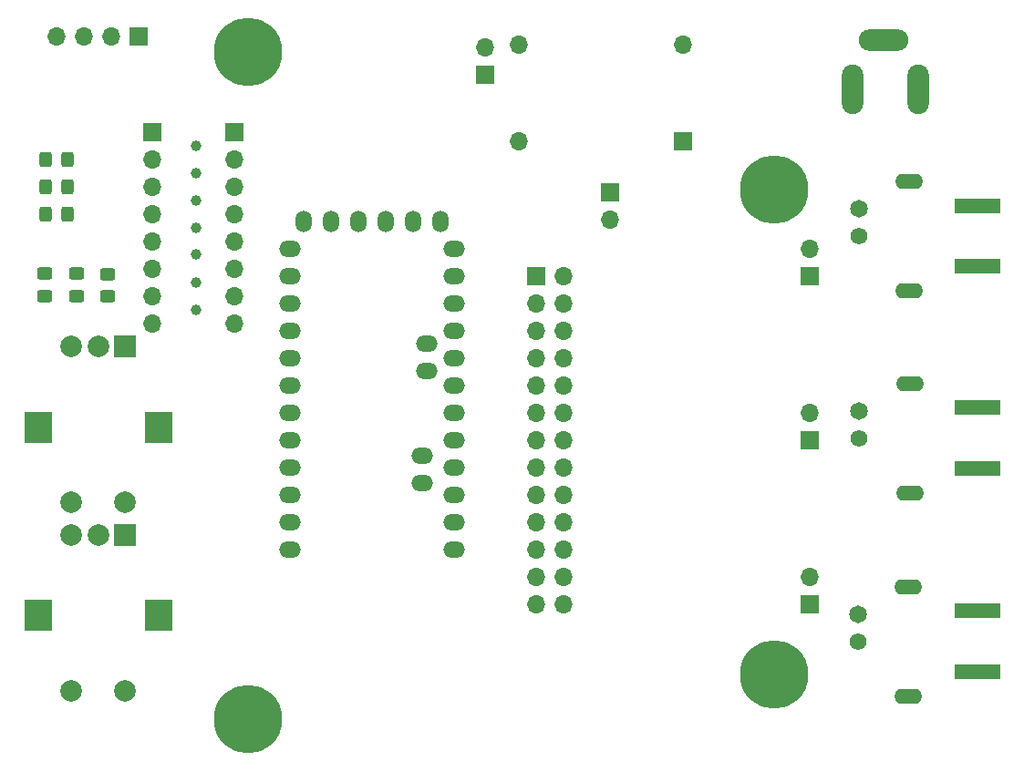
<source format=gbs>
G04 #@! TF.GenerationSoftware,KiCad,Pcbnew,(6.0.1)*
G04 #@! TF.CreationDate,2022-05-22T12:05:18-04:00*
G04 #@! TF.ProjectId,ArduinoInABox,41726475-696e-46f4-996e-41426f782e6b,2*
G04 #@! TF.SameCoordinates,Original*
G04 #@! TF.FileFunction,Soldermask,Bot*
G04 #@! TF.FilePolarity,Negative*
%FSLAX46Y46*%
G04 Gerber Fmt 4.6, Leading zero omitted, Abs format (unit mm)*
G04 Created by KiCad (PCBNEW (6.0.1)) date 2022-05-22 12:05:18*
%MOMM*%
%LPD*%
G01*
G04 APERTURE LIST*
G04 Aperture macros list*
%AMRoundRect*
0 Rectangle with rounded corners*
0 $1 Rounding radius*
0 $2 $3 $4 $5 $6 $7 $8 $9 X,Y pos of 4 corners*
0 Add a 4 corners polygon primitive as box body*
4,1,4,$2,$3,$4,$5,$6,$7,$8,$9,$2,$3,0*
0 Add four circle primitives for the rounded corners*
1,1,$1+$1,$2,$3*
1,1,$1+$1,$4,$5*
1,1,$1+$1,$6,$7*
1,1,$1+$1,$8,$9*
0 Add four rect primitives between the rounded corners*
20,1,$1+$1,$2,$3,$4,$5,0*
20,1,$1+$1,$4,$5,$6,$7,0*
20,1,$1+$1,$6,$7,$8,$9,0*
20,1,$1+$1,$8,$9,$2,$3,0*%
G04 Aperture macros list end*
%ADD10R,1.700000X1.700000*%
%ADD11O,1.700000X1.700000*%
%ADD12C,1.000000*%
%ADD13O,2.000000X4.600000*%
%ADD14O,4.600000X2.000000*%
%ADD15R,2.000000X2.000000*%
%ADD16C,2.000000*%
%ADD17R,2.500000X3.000000*%
%ADD18C,6.350000*%
%ADD19O,1.524000X2.000000*%
%ADD20O,2.000000X1.524000*%
%ADD21R,4.200000X1.350000*%
%ADD22O,2.600000X1.400000*%
%ADD23C,1.574800*%
%ADD24C,1.651000*%
%ADD25RoundRect,0.249999X-0.325001X-0.450001X0.325001X-0.450001X0.325001X0.450001X-0.325001X0.450001X0*%
%ADD26RoundRect,0.249999X0.450001X-0.325001X0.450001X0.325001X-0.450001X0.325001X-0.450001X-0.325001X0*%
%ADD27RoundRect,0.249999X-0.450001X0.325001X-0.450001X-0.325001X0.450001X-0.325001X0.450001X0.325001X0*%
G04 APERTURE END LIST*
D10*
X140025000Y-34575000D03*
D11*
X140025000Y-32035000D03*
D12*
X113200000Y-51300000D03*
X113200000Y-43800000D03*
X113200000Y-46300000D03*
X113200000Y-53900000D03*
X113200000Y-56450000D03*
X113200000Y-48800000D03*
X113200000Y-41200000D03*
D10*
X116760000Y-39930000D03*
D11*
X116760000Y-42470000D03*
X116760000Y-45010000D03*
X116760000Y-47550000D03*
X116760000Y-50090000D03*
X116760000Y-52630000D03*
X116760000Y-55170000D03*
X116760000Y-57710000D03*
D13*
X174150000Y-36000000D03*
X180250000Y-36000000D03*
D14*
X177050000Y-31400000D03*
D15*
X106650800Y-77344200D03*
D16*
X101650800Y-77344200D03*
X104150800Y-77344200D03*
D17*
X98550800Y-84844200D03*
X109750800Y-84844200D03*
D16*
X106650800Y-91844200D03*
X101650800Y-91844200D03*
D18*
X166850000Y-45300000D03*
X118000000Y-94500000D03*
X166850000Y-90300000D03*
X118000000Y-32500000D03*
D10*
X107870000Y-31040000D03*
D11*
X105330000Y-31040000D03*
X102790000Y-31040000D03*
X100250000Y-31040000D03*
D15*
X106625400Y-59843600D03*
D16*
X101625400Y-59843600D03*
X104125400Y-59843600D03*
D17*
X109725400Y-67343600D03*
X98525400Y-67343600D03*
D16*
X106625400Y-74343600D03*
X101625400Y-74343600D03*
D19*
X123190000Y-48260000D03*
X125730000Y-48260000D03*
X128270000Y-48260000D03*
X130810000Y-48260000D03*
X133350000Y-48260000D03*
X135890000Y-48260000D03*
D20*
X121920000Y-50800000D03*
X121920000Y-53340000D03*
X121920000Y-55880000D03*
X121920000Y-58420000D03*
X121920000Y-60960000D03*
X121920000Y-63500000D03*
X121920000Y-66040000D03*
X121920000Y-68580000D03*
X121920000Y-71120000D03*
X121920000Y-73660000D03*
X121920000Y-76200000D03*
X121920000Y-78740000D03*
X137160000Y-50800000D03*
X137160000Y-53340000D03*
X137160000Y-55880000D03*
X137160000Y-58420000D03*
X137160000Y-60960000D03*
X137160000Y-63500000D03*
X137160000Y-66040000D03*
X137160000Y-68580000D03*
X137160000Y-71120000D03*
X137160000Y-73660000D03*
X137160000Y-76200000D03*
X137160000Y-78740000D03*
X134620000Y-59563000D03*
X134620000Y-62103000D03*
X134239000Y-69977000D03*
X134239000Y-72517000D03*
D21*
X185775600Y-52431200D03*
X185775600Y-46781200D03*
X185775600Y-71201800D03*
X185775600Y-65551800D03*
X185775600Y-90048600D03*
X185775600Y-84398600D03*
D22*
X179406600Y-44526200D03*
X179406600Y-54686200D03*
D23*
X174726600Y-49606200D03*
D24*
X174726600Y-47066200D03*
D22*
X179482800Y-63296800D03*
X179482800Y-73456800D03*
D23*
X174802800Y-68376800D03*
D24*
X174802800Y-65836800D03*
D22*
X179330400Y-82194400D03*
X179330400Y-92354400D03*
D23*
X174650400Y-87274400D03*
D24*
X174650400Y-84734400D03*
D10*
X170180000Y-53340000D03*
D11*
X170180000Y-50800000D03*
D10*
X170180000Y-68580000D03*
D11*
X170180000Y-66040000D03*
D10*
X170180000Y-83820000D03*
D11*
X170180000Y-81280000D03*
D10*
X144780000Y-53340000D03*
D11*
X147320000Y-53340000D03*
X144780000Y-55880000D03*
X147320000Y-55880000D03*
X144780000Y-58420000D03*
X147320000Y-58420000D03*
X144780000Y-60960000D03*
X147320000Y-60960000D03*
X144780000Y-63500000D03*
X147320000Y-63500000D03*
X144780000Y-66040000D03*
X147320000Y-66040000D03*
X144780000Y-68580000D03*
X147320000Y-68580000D03*
X144780000Y-71120000D03*
X147320000Y-71120000D03*
X144780000Y-73660000D03*
X147320000Y-73660000D03*
X144780000Y-76200000D03*
X147320000Y-76200000D03*
X144780000Y-78740000D03*
X147320000Y-78740000D03*
X144780000Y-81280000D03*
X147320000Y-81280000D03*
X144780000Y-83820000D03*
X147320000Y-83820000D03*
X158460000Y-31800000D03*
D10*
X158460000Y-40800000D03*
D11*
X143160000Y-31800000D03*
X143160000Y-40800000D03*
D10*
X151685001Y-45513001D03*
D11*
X151685001Y-48053001D03*
D25*
X99225000Y-45010000D03*
X101275000Y-45010000D03*
X99225000Y-42470000D03*
X101275000Y-42470000D03*
X99225000Y-47550000D03*
X101275000Y-47550000D03*
D10*
X109140000Y-39930000D03*
D11*
X109140000Y-42470000D03*
X109140000Y-45010000D03*
X109140000Y-47550000D03*
X109140000Y-50090000D03*
X109140000Y-52630000D03*
X109140000Y-55170000D03*
X109140000Y-57710000D03*
D26*
X104978200Y-55177800D03*
X104978200Y-53127800D03*
D27*
X99187000Y-53102400D03*
X99187000Y-55152400D03*
D26*
X102108000Y-55152400D03*
X102108000Y-53102400D03*
M02*

</source>
